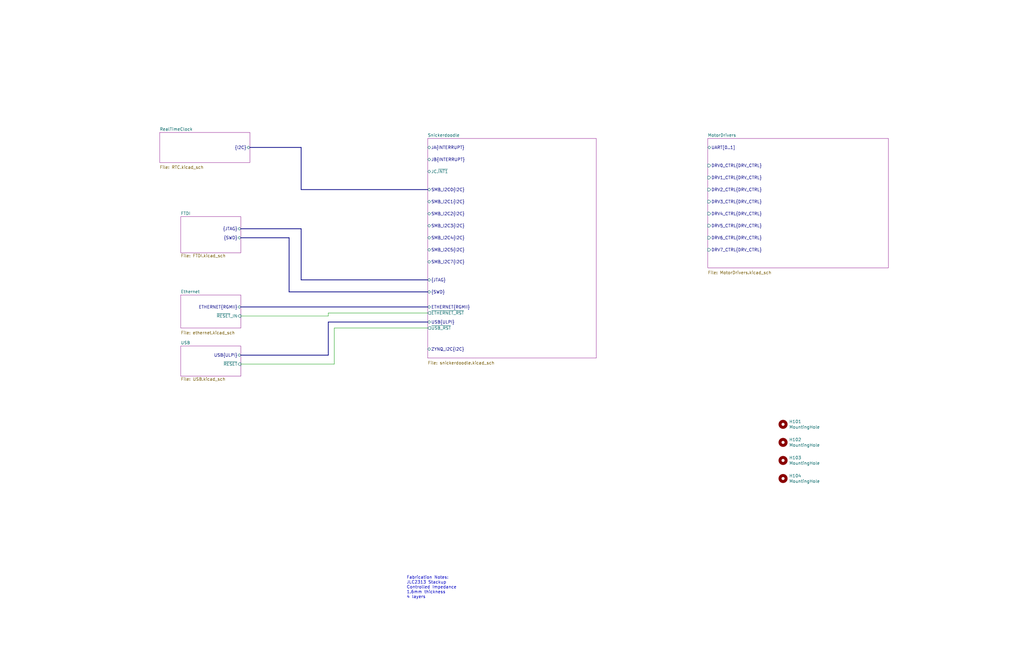
<source format=kicad_sch>
(kicad_sch (version 20201015) (generator eeschema)
  (page 1 15)
  (paper "B")
  (title_block (title "Replicookie") (date "2020-06-24") (rev "1.0") (comment 1 "Drawn by: Cameron McQuinn"))
  (lib_symbols
    (symbol "Mechanical:MountingHole"
      (property "Reference" "H" (at 0 5.08 0))
      (property "Value" "MountingHole" (at 0 3.175 0))
      (symbol "MountingHole_0_1"
        (circle (center 0 0) (radius 1.27) (stroke (width 1.27)))
      )
    )
  )
  (wire (pts (xy 101.6 133.35) (xy 138.43 133.35)))
  (wire (pts (xy 138.43 132.08) (xy 180.34 132.08)))
  (wire (pts (xy 138.43 133.35) (xy 138.43 132.08)))
  (wire (pts (xy 140.97 138.43) (xy 140.97 153.67)))
  (wire (pts (xy 140.97 153.67) (xy 101.6 153.67)))
  (wire (pts (xy 180.34 138.43) (xy 140.97 138.43)))
  (bus (pts (xy 101.6 96.52) (xy 127 96.52)))
  (bus (pts (xy 101.6 129.54) (xy 180.34 129.54)))
  (bus (pts (xy 101.6 149.86) (xy 138.43 149.86)))
  (bus (pts (xy 105.41 62.23) (xy 127 62.23)))
  (bus (pts (xy 121.92 100.33) (xy 101.6 100.33)))
  (bus (pts (xy 121.92 123.19) (xy 121.92 100.33)))
  (bus (pts (xy 127 62.23) (xy 127 80.01)))
  (bus (pts (xy 127 80.01) (xy 180.34 80.01)))
  (bus (pts (xy 127 96.52) (xy 127 118.11)))
  (bus (pts (xy 127 118.11) (xy 180.34 118.11)))
  (bus (pts (xy 138.43 135.89) (xy 138.43 149.86)))
  (bus (pts (xy 138.43 135.89) (xy 180.34 135.89)))
  (bus (pts (xy 180.34 123.19) (xy 121.92 123.19)))
  (text "Fabrication Notes:\nJLC2313 Stackup\nControlled Impedance\n1.6mm thickness\n4 layers" (at 171.45 252.73 0) (effects (font (size 1.27 1.27)) (justify left bottom)))
  (symbol (lib_id "Mechanical:MountingHole") (at 330.2 179.07 0) (unit 1)
    (property "Reference" "H101" (at 332.7401 177.9206 0) (effects (justify left)))
    (property "Value" "MountingHole" (at 332.7401 180.2193 0) (effects (justify left)))
    (property "Footprint" "MountingHole:MountingHole_3mm" (effects hide))
  )
  (symbol (lib_id "Mechanical:MountingHole") (at 330.2 186.69 0) (unit 1)
    (property "Reference" "H102" (at 332.7401 185.5406 0) (effects (justify left)))
    (property "Value" "MountingHole" (at 332.7401 187.8393 0) (effects (justify left)))
    (property "Footprint" "MountingHole:MountingHole_3mm" (effects hide))
  )
  (symbol (lib_id "Mechanical:MountingHole") (at 330.2 194.31 0) (unit 1)
    (property "Reference" "H103" (at 332.7401 193.1606 0) (effects (justify left)))
    (property "Value" "MountingHole" (at 332.7401 195.4593 0) (effects (justify left)))
    (property "Footprint" "MountingHole:MountingHole_3mm" (effects hide))
  )
  (symbol (lib_id "Mechanical:MountingHole") (at 330.2 201.93 0) (unit 1)
    (property "Reference" "H104" (at 332.7401 200.7806 0) (effects (justify left)))
    (property "Value" "MountingHole" (at 332.7401 203.0793 0) (effects (justify left)))
    (property "Footprint" "MountingHole:MountingHole_3mm" (effects hide))
  )
  (sheet (at 76.2 124.46) (size 25.4 13.97) (stroke (width 0.0006) (color 132 0 132 1)) (fill (color 255 255 255 0.0000))
    (property "Sheet name" "Ethernet" (at 76.2 123.8243 0) (effects (justify left bottom)))
    (property "Sheet file" "ethernet.kicad_sch" (at 76.2 139.7 0) (effects (justify left top)))
    (pin "ETHERNET{RGMII}" bidirectional (at 101.6 129.54 0))
    (pin "~RESET~_IN" input (at 101.6 133.35 0))
  )
  (sheet (at 76.2 91.44) (size 25.4 15.24) (stroke (width 0.0006) (color 132 0 132 1)) (fill (color 255 255 255 0.0000))
    (property "Sheet name" "FTDI" (at 76.2 90.8043 0) (effects (justify left bottom)))
    (property "Sheet file" "FTDI.kicad_sch" (at 76.2 107.1887 0) (effects (justify left top)))
    (pin "{JTAG}" bidirectional (at 101.6 96.52 0))
    (pin "{SWD}" bidirectional (at 101.6 100.33 0))
  )
  (sheet (at 298.45 58.42) (size 76.2 54.61) (stroke (width 0.0006) (color 132 0 132 1)) (fill (color 255 255 255 0.0000))
    (property "Sheet name" "MotorDrivers" (at 298.45 57.7843 0) (effects (justify left bottom)))
    (property "Sheet file" "MotorDrivers.kicad_sch" (at 298.45 114.3 0) (effects (justify left top)))
    (pin "DRV5_CTRL{DRV_CTRL}" input (at 298.45 95.25 180))
    (pin "DRV6_CTRL{DRV_CTRL}" input (at 298.45 100.33 180))
    (pin "DRV7_CTRL{DRV_CTRL}" input (at 298.45 105.41 180))
    (pin "DRV4_CTRL{DRV_CTRL}" input (at 298.45 90.17 180))
    (pin "DRV0_CTRL{DRV_CTRL}" input (at 298.45 69.85 180))
    (pin "DRV1_CTRL{DRV_CTRL}" input (at 298.45 74.93 180))
    (pin "DRV2_CTRL{DRV_CTRL}" input (at 298.45 80.01 180))
    (pin "DRV3_CTRL{DRV_CTRL}" input (at 298.45 85.09 180))
    (pin "UART[0..1]" bidirectional (at 298.45 62.23 180))
  )
  (sheet (at 67.31 55.88) (size 38.1 12.7) (stroke (width 0.0006) (color 132 0 132 1)) (fill (color 255 255 255 0.0000))
    (property "Sheet name" "RealTimeClock" (at 67.31 55.2443 0) (effects (justify left bottom)))
    (property "Sheet file" "RTC.kicad_sch" (at 67.31 69.85 0) (effects (justify left top)))
    (pin "{I2C}" bidirectional (at 105.41 62.23 0))
  )
  (sheet (at 180.34 58.42) (size 71.12 92.71) (stroke (width 0.001) (color 132 0 132 1)) (fill (color 255 255 255 0.0000))
    (property "Sheet name" "Snickerdoodle" (at 180.34 57.7841 0) (effects (justify left bottom)))
    (property "Sheet file" "snickerdoodle.kicad_sch" (at 180.34 152.4 0) (effects (justify left top)))
    (pin "SMB_I2C2{I2C}" bidirectional (at 180.34 90.17 180))
    (pin "SMB_I2C0{I2C}" bidirectional (at 180.34 80.01 180))
    (pin "SMB_I2C3{I2C}" bidirectional (at 180.34 95.25 180))
    (pin "JB{INTERRUPT}" bidirectional (at 180.34 67.31 180))
    (pin "SMB_I2C1{I2C}" bidirectional (at 180.34 85.09 180))
    (pin "SMB_I2C4{I2C}" bidirectional (at 180.34 100.33 180))
    (pin "JC.~INT1" bidirectional (at 180.34 72.39 180))
    (pin "JA{INTERRUPT}" bidirectional (at 180.34 62.23 180))
    (pin "{JTAG}" bidirectional (at 180.34 118.11 180))
    (pin "SMB_I2C7{I2C}" bidirectional (at 180.34 110.49 180))
    (pin "{SWD}" bidirectional (at 180.34 123.19 180))
    (pin "SMB_I2C5{I2C}" bidirectional (at 180.34 105.41 180))
    (pin "ETHERNET{RGMII}" bidirectional (at 180.34 129.54 180))
    (pin "USB{ULPI}" bidirectional (at 180.34 135.89 180))
    (pin "ZYNQ_I2C{I2C}" bidirectional (at 180.34 147.32 180))
    (pin "~USB_RST" output (at 180.34 138.43 180))
    (pin "~ETHERNET_RST" output (at 180.34 132.08 180))
  )
  (sheet (at 76.2 146.05) (size 25.4 12.7) (stroke (width 0.0006) (color 132 0 132 1)) (fill (color 255 255 255 0.0000))
    (property "Sheet name" "USB" (at 76.2 145.4143 0) (effects (justify left bottom)))
    (property "Sheet file" "USB.kicad_sch" (at 76.2 159.2587 0) (effects (justify left top)))
    (pin "USB{ULPI}" bidirectional (at 101.6 149.86 0))
    (pin "~RESET" input (at 101.6 153.67 0))
  )
)
</source>
